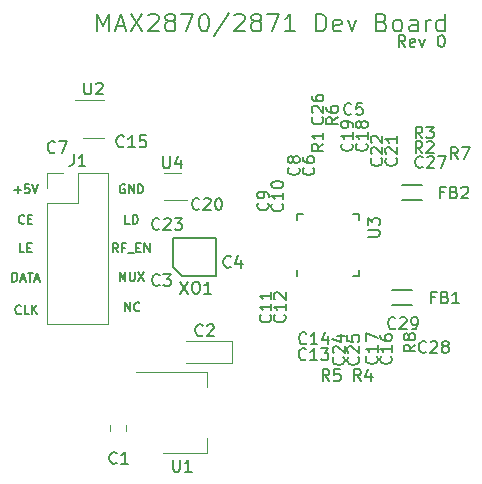
<source format=gto>
G04 #@! TF.GenerationSoftware,KiCad,Pcbnew,(5.0.2)-1*
G04 #@! TF.CreationDate,2019-01-19T12:25:22+11:00*
G04 #@! TF.ProjectId,MAX2870_Dev_Rev_0,4d415832-3837-4305-9f44-65765f526576,rev?*
G04 #@! TF.SameCoordinates,Original*
G04 #@! TF.FileFunction,Legend,Top*
G04 #@! TF.FilePolarity,Positive*
%FSLAX46Y46*%
G04 Gerber Fmt 4.6, Leading zero omitted, Abs format (unit mm)*
G04 Created by KiCad (PCBNEW (5.0.2)-1) date 19/01/2019 12:25:22*
%MOMM*%
%LPD*%
G01*
G04 APERTURE LIST*
%ADD10C,0.150000*%
%ADD11C,0.200000*%
%ADD12C,0.120000*%
G04 APERTURE END LIST*
D10*
X91392857Y-71952380D02*
X91059523Y-71476190D01*
X90821428Y-71952380D02*
X90821428Y-70952380D01*
X91202380Y-70952380D01*
X91297619Y-71000000D01*
X91345238Y-71047619D01*
X91392857Y-71142857D01*
X91392857Y-71285714D01*
X91345238Y-71380952D01*
X91297619Y-71428571D01*
X91202380Y-71476190D01*
X90821428Y-71476190D01*
X92202380Y-71904761D02*
X92107142Y-71952380D01*
X91916666Y-71952380D01*
X91821428Y-71904761D01*
X91773809Y-71809523D01*
X91773809Y-71428571D01*
X91821428Y-71333333D01*
X91916666Y-71285714D01*
X92107142Y-71285714D01*
X92202380Y-71333333D01*
X92250000Y-71428571D01*
X92250000Y-71523809D01*
X91773809Y-71619047D01*
X92583333Y-71285714D02*
X92821428Y-71952380D01*
X93059523Y-71285714D01*
X94392857Y-70952380D02*
X94488095Y-70952380D01*
X94583333Y-71000000D01*
X94630952Y-71047619D01*
X94678571Y-71142857D01*
X94726190Y-71333333D01*
X94726190Y-71571428D01*
X94678571Y-71761904D01*
X94630952Y-71857142D01*
X94583333Y-71904761D01*
X94488095Y-71952380D01*
X94392857Y-71952380D01*
X94297619Y-71904761D01*
X94250000Y-71857142D01*
X94202380Y-71761904D01*
X94154761Y-71571428D01*
X94154761Y-71333333D01*
X94202380Y-71142857D01*
X94250000Y-71047619D01*
X94297619Y-71000000D01*
X94392857Y-70952380D01*
X58285714Y-84053571D02*
X58857142Y-84053571D01*
X58571428Y-84339285D02*
X58571428Y-83767857D01*
X59571428Y-83589285D02*
X59214285Y-83589285D01*
X59178571Y-83946428D01*
X59214285Y-83910714D01*
X59285714Y-83875000D01*
X59464285Y-83875000D01*
X59535714Y-83910714D01*
X59571428Y-83946428D01*
X59607142Y-84017857D01*
X59607142Y-84196428D01*
X59571428Y-84267857D01*
X59535714Y-84303571D01*
X59464285Y-84339285D01*
X59285714Y-84339285D01*
X59214285Y-84303571D01*
X59178571Y-84267857D01*
X59821428Y-83589285D02*
X60071428Y-84339285D01*
X60321428Y-83589285D01*
X59142857Y-86867857D02*
X59107142Y-86903571D01*
X59000000Y-86939285D01*
X58928571Y-86939285D01*
X58821428Y-86903571D01*
X58750000Y-86832142D01*
X58714285Y-86760714D01*
X58678571Y-86617857D01*
X58678571Y-86510714D01*
X58714285Y-86367857D01*
X58750000Y-86296428D01*
X58821428Y-86225000D01*
X58928571Y-86189285D01*
X59000000Y-86189285D01*
X59107142Y-86225000D01*
X59142857Y-86260714D01*
X59464285Y-86546428D02*
X59714285Y-86546428D01*
X59821428Y-86939285D02*
X59464285Y-86939285D01*
X59464285Y-86189285D01*
X59821428Y-86189285D01*
X58853571Y-94517857D02*
X58817857Y-94553571D01*
X58710714Y-94589285D01*
X58639285Y-94589285D01*
X58532142Y-94553571D01*
X58460714Y-94482142D01*
X58425000Y-94410714D01*
X58389285Y-94267857D01*
X58389285Y-94160714D01*
X58425000Y-94017857D01*
X58460714Y-93946428D01*
X58532142Y-93875000D01*
X58639285Y-93839285D01*
X58710714Y-93839285D01*
X58817857Y-93875000D01*
X58853571Y-93910714D01*
X59532142Y-94589285D02*
X59175000Y-94589285D01*
X59175000Y-93839285D01*
X59782142Y-94589285D02*
X59782142Y-93839285D01*
X60210714Y-94589285D02*
X59889285Y-94160714D01*
X60210714Y-93839285D02*
X59782142Y-94267857D01*
X58125000Y-91839285D02*
X58125000Y-91089285D01*
X58303571Y-91089285D01*
X58410714Y-91125000D01*
X58482142Y-91196428D01*
X58517857Y-91267857D01*
X58553571Y-91410714D01*
X58553571Y-91517857D01*
X58517857Y-91660714D01*
X58482142Y-91732142D01*
X58410714Y-91803571D01*
X58303571Y-91839285D01*
X58125000Y-91839285D01*
X58839285Y-91625000D02*
X59196428Y-91625000D01*
X58767857Y-91839285D02*
X59017857Y-91089285D01*
X59267857Y-91839285D01*
X59410714Y-91089285D02*
X59839285Y-91089285D01*
X59625000Y-91839285D02*
X59625000Y-91089285D01*
X60053571Y-91625000D02*
X60410714Y-91625000D01*
X59982142Y-91839285D02*
X60232142Y-91089285D01*
X60482142Y-91839285D01*
X59142857Y-89339285D02*
X58785714Y-89339285D01*
X58785714Y-88589285D01*
X59392857Y-88946428D02*
X59642857Y-88946428D01*
X59750000Y-89339285D02*
X59392857Y-89339285D01*
X59392857Y-88589285D01*
X59750000Y-88589285D01*
X67660714Y-94339285D02*
X67660714Y-93589285D01*
X68089285Y-94339285D01*
X68089285Y-93589285D01*
X68875000Y-94267857D02*
X68839285Y-94303571D01*
X68732142Y-94339285D01*
X68660714Y-94339285D01*
X68553571Y-94303571D01*
X68482142Y-94232142D01*
X68446428Y-94160714D01*
X68410714Y-94017857D01*
X68410714Y-93910714D01*
X68446428Y-93767857D01*
X68482142Y-93696428D01*
X68553571Y-93625000D01*
X68660714Y-93589285D01*
X68732142Y-93589285D01*
X68839285Y-93625000D01*
X68875000Y-93660714D01*
X67200000Y-91789285D02*
X67200000Y-91039285D01*
X67450000Y-91575000D01*
X67700000Y-91039285D01*
X67700000Y-91789285D01*
X68057142Y-91039285D02*
X68057142Y-91646428D01*
X68092857Y-91717857D01*
X68128571Y-91753571D01*
X68200000Y-91789285D01*
X68342857Y-91789285D01*
X68414285Y-91753571D01*
X68450000Y-91717857D01*
X68485714Y-91646428D01*
X68485714Y-91039285D01*
X68771428Y-91039285D02*
X69271428Y-91789285D01*
X69271428Y-91039285D02*
X68771428Y-91789285D01*
X67628571Y-83625000D02*
X67557142Y-83589285D01*
X67450000Y-83589285D01*
X67342857Y-83625000D01*
X67271428Y-83696428D01*
X67235714Y-83767857D01*
X67200000Y-83910714D01*
X67200000Y-84017857D01*
X67235714Y-84160714D01*
X67271428Y-84232142D01*
X67342857Y-84303571D01*
X67450000Y-84339285D01*
X67521428Y-84339285D01*
X67628571Y-84303571D01*
X67664285Y-84267857D01*
X67664285Y-84017857D01*
X67521428Y-84017857D01*
X67985714Y-84339285D02*
X67985714Y-83589285D01*
X68414285Y-84339285D01*
X68414285Y-83589285D01*
X68771428Y-84339285D02*
X68771428Y-83589285D01*
X68950000Y-83589285D01*
X69057142Y-83625000D01*
X69128571Y-83696428D01*
X69164285Y-83767857D01*
X69200000Y-83910714D01*
X69200000Y-84017857D01*
X69164285Y-84160714D01*
X69128571Y-84232142D01*
X69057142Y-84303571D01*
X68950000Y-84339285D01*
X68771428Y-84339285D01*
X68057142Y-86939285D02*
X67700000Y-86939285D01*
X67700000Y-86189285D01*
X68307142Y-86939285D02*
X68307142Y-86189285D01*
X68485714Y-86189285D01*
X68592857Y-86225000D01*
X68664285Y-86296428D01*
X68700000Y-86367857D01*
X68735714Y-86510714D01*
X68735714Y-86617857D01*
X68700000Y-86760714D01*
X68664285Y-86832142D01*
X68592857Y-86903571D01*
X68485714Y-86939285D01*
X68307142Y-86939285D01*
X67092857Y-89339285D02*
X66842857Y-88982142D01*
X66664285Y-89339285D02*
X66664285Y-88589285D01*
X66950000Y-88589285D01*
X67021428Y-88625000D01*
X67057142Y-88660714D01*
X67092857Y-88732142D01*
X67092857Y-88839285D01*
X67057142Y-88910714D01*
X67021428Y-88946428D01*
X66950000Y-88982142D01*
X66664285Y-88982142D01*
X67664285Y-88946428D02*
X67414285Y-88946428D01*
X67414285Y-89339285D02*
X67414285Y-88589285D01*
X67771428Y-88589285D01*
X67878571Y-89410714D02*
X68450000Y-89410714D01*
X68628571Y-88946428D02*
X68878571Y-88946428D01*
X68985714Y-89339285D02*
X68628571Y-89339285D01*
X68628571Y-88589285D01*
X68985714Y-88589285D01*
X69307142Y-89339285D02*
X69307142Y-88589285D01*
X69735714Y-89339285D01*
X69735714Y-88589285D01*
D11*
X65285714Y-70648571D02*
X65285714Y-69148571D01*
X65785714Y-70220000D01*
X66285714Y-69148571D01*
X66285714Y-70648571D01*
X66928571Y-70220000D02*
X67642857Y-70220000D01*
X66785714Y-70648571D02*
X67285714Y-69148571D01*
X67785714Y-70648571D01*
X68142857Y-69148571D02*
X69142857Y-70648571D01*
X69142857Y-69148571D02*
X68142857Y-70648571D01*
X69642857Y-69291428D02*
X69714285Y-69220000D01*
X69857142Y-69148571D01*
X70214285Y-69148571D01*
X70357142Y-69220000D01*
X70428571Y-69291428D01*
X70500000Y-69434285D01*
X70500000Y-69577142D01*
X70428571Y-69791428D01*
X69571428Y-70648571D01*
X70500000Y-70648571D01*
X71357142Y-69791428D02*
X71214285Y-69720000D01*
X71142857Y-69648571D01*
X71071428Y-69505714D01*
X71071428Y-69434285D01*
X71142857Y-69291428D01*
X71214285Y-69220000D01*
X71357142Y-69148571D01*
X71642857Y-69148571D01*
X71785714Y-69220000D01*
X71857142Y-69291428D01*
X71928571Y-69434285D01*
X71928571Y-69505714D01*
X71857142Y-69648571D01*
X71785714Y-69720000D01*
X71642857Y-69791428D01*
X71357142Y-69791428D01*
X71214285Y-69862857D01*
X71142857Y-69934285D01*
X71071428Y-70077142D01*
X71071428Y-70362857D01*
X71142857Y-70505714D01*
X71214285Y-70577142D01*
X71357142Y-70648571D01*
X71642857Y-70648571D01*
X71785714Y-70577142D01*
X71857142Y-70505714D01*
X71928571Y-70362857D01*
X71928571Y-70077142D01*
X71857142Y-69934285D01*
X71785714Y-69862857D01*
X71642857Y-69791428D01*
X72428571Y-69148571D02*
X73428571Y-69148571D01*
X72785714Y-70648571D01*
X74285714Y-69148571D02*
X74428571Y-69148571D01*
X74571428Y-69220000D01*
X74642857Y-69291428D01*
X74714285Y-69434285D01*
X74785714Y-69720000D01*
X74785714Y-70077142D01*
X74714285Y-70362857D01*
X74642857Y-70505714D01*
X74571428Y-70577142D01*
X74428571Y-70648571D01*
X74285714Y-70648571D01*
X74142857Y-70577142D01*
X74071428Y-70505714D01*
X74000000Y-70362857D01*
X73928571Y-70077142D01*
X73928571Y-69720000D01*
X74000000Y-69434285D01*
X74071428Y-69291428D01*
X74142857Y-69220000D01*
X74285714Y-69148571D01*
X76500000Y-69077142D02*
X75214285Y-71005714D01*
X76928571Y-69291428D02*
X77000000Y-69220000D01*
X77142857Y-69148571D01*
X77500000Y-69148571D01*
X77642857Y-69220000D01*
X77714285Y-69291428D01*
X77785714Y-69434285D01*
X77785714Y-69577142D01*
X77714285Y-69791428D01*
X76857142Y-70648571D01*
X77785714Y-70648571D01*
X78642857Y-69791428D02*
X78500000Y-69720000D01*
X78428571Y-69648571D01*
X78357142Y-69505714D01*
X78357142Y-69434285D01*
X78428571Y-69291428D01*
X78500000Y-69220000D01*
X78642857Y-69148571D01*
X78928571Y-69148571D01*
X79071428Y-69220000D01*
X79142857Y-69291428D01*
X79214285Y-69434285D01*
X79214285Y-69505714D01*
X79142857Y-69648571D01*
X79071428Y-69720000D01*
X78928571Y-69791428D01*
X78642857Y-69791428D01*
X78500000Y-69862857D01*
X78428571Y-69934285D01*
X78357142Y-70077142D01*
X78357142Y-70362857D01*
X78428571Y-70505714D01*
X78500000Y-70577142D01*
X78642857Y-70648571D01*
X78928571Y-70648571D01*
X79071428Y-70577142D01*
X79142857Y-70505714D01*
X79214285Y-70362857D01*
X79214285Y-70077142D01*
X79142857Y-69934285D01*
X79071428Y-69862857D01*
X78928571Y-69791428D01*
X79714285Y-69148571D02*
X80714285Y-69148571D01*
X80071428Y-70648571D01*
X82071428Y-70648571D02*
X81214285Y-70648571D01*
X81642857Y-70648571D02*
X81642857Y-69148571D01*
X81500000Y-69362857D01*
X81357142Y-69505714D01*
X81214285Y-69577142D01*
X83857142Y-70648571D02*
X83857142Y-69148571D01*
X84214285Y-69148571D01*
X84428571Y-69220000D01*
X84571428Y-69362857D01*
X84642857Y-69505714D01*
X84714285Y-69791428D01*
X84714285Y-70005714D01*
X84642857Y-70291428D01*
X84571428Y-70434285D01*
X84428571Y-70577142D01*
X84214285Y-70648571D01*
X83857142Y-70648571D01*
X85928571Y-70577142D02*
X85785714Y-70648571D01*
X85500000Y-70648571D01*
X85357142Y-70577142D01*
X85285714Y-70434285D01*
X85285714Y-69862857D01*
X85357142Y-69720000D01*
X85500000Y-69648571D01*
X85785714Y-69648571D01*
X85928571Y-69720000D01*
X86000000Y-69862857D01*
X86000000Y-70005714D01*
X85285714Y-70148571D01*
X86500000Y-69648571D02*
X86857142Y-70648571D01*
X87214285Y-69648571D01*
X89428571Y-69862857D02*
X89642857Y-69934285D01*
X89714285Y-70005714D01*
X89785714Y-70148571D01*
X89785714Y-70362857D01*
X89714285Y-70505714D01*
X89642857Y-70577142D01*
X89500000Y-70648571D01*
X88928571Y-70648571D01*
X88928571Y-69148571D01*
X89428571Y-69148571D01*
X89571428Y-69220000D01*
X89642857Y-69291428D01*
X89714285Y-69434285D01*
X89714285Y-69577142D01*
X89642857Y-69720000D01*
X89571428Y-69791428D01*
X89428571Y-69862857D01*
X88928571Y-69862857D01*
X90642857Y-70648571D02*
X90500000Y-70577142D01*
X90428571Y-70505714D01*
X90357142Y-70362857D01*
X90357142Y-69934285D01*
X90428571Y-69791428D01*
X90500000Y-69720000D01*
X90642857Y-69648571D01*
X90857142Y-69648571D01*
X91000000Y-69720000D01*
X91071428Y-69791428D01*
X91142857Y-69934285D01*
X91142857Y-70362857D01*
X91071428Y-70505714D01*
X91000000Y-70577142D01*
X90857142Y-70648571D01*
X90642857Y-70648571D01*
X92428571Y-70648571D02*
X92428571Y-69862857D01*
X92357142Y-69720000D01*
X92214285Y-69648571D01*
X91928571Y-69648571D01*
X91785714Y-69720000D01*
X92428571Y-70577142D02*
X92285714Y-70648571D01*
X91928571Y-70648571D01*
X91785714Y-70577142D01*
X91714285Y-70434285D01*
X91714285Y-70291428D01*
X91785714Y-70148571D01*
X91928571Y-70077142D01*
X92285714Y-70077142D01*
X92428571Y-70005714D01*
X93142857Y-70648571D02*
X93142857Y-69648571D01*
X93142857Y-69934285D02*
X93214285Y-69791428D01*
X93285714Y-69720000D01*
X93428571Y-69648571D01*
X93571428Y-69648571D01*
X94714285Y-70648571D02*
X94714285Y-69148571D01*
X94714285Y-70577142D02*
X94571428Y-70648571D01*
X94285714Y-70648571D01*
X94142857Y-70577142D01*
X94071428Y-70505714D01*
X94000000Y-70362857D01*
X94000000Y-69934285D01*
X94071428Y-69791428D01*
X94142857Y-69720000D01*
X94285714Y-69648571D01*
X94571428Y-69648571D01*
X94714285Y-69720000D01*
D10*
G04 #@! TO.C,FB1*
X90300000Y-92540000D02*
X92000000Y-92540000D01*
X90300000Y-93840000D02*
X92000000Y-93840000D01*
G04 #@! TO.C,FB2*
X91120000Y-83620000D02*
X92820000Y-83620000D01*
X91120000Y-84920000D02*
X92820000Y-84920000D01*
G04 #@! TO.C,XO1*
X72485000Y-91375000D02*
X71685000Y-90575000D01*
X71685000Y-90575000D02*
X71685000Y-88145000D01*
X71685000Y-88145000D02*
X75395000Y-88145000D01*
X75395000Y-88145000D02*
X75395000Y-91375000D01*
X75395000Y-91375000D02*
X72485000Y-91375000D01*
G04 #@! TO.C,U3*
X82212500Y-86112500D02*
X82212500Y-86637500D01*
X87462500Y-86112500D02*
X87462500Y-86637500D01*
X87462500Y-91362500D02*
X87462500Y-90837500D01*
X82212500Y-91362500D02*
X82212500Y-90837500D01*
X87462500Y-86112500D02*
X86937500Y-86112500D01*
X87462500Y-91362500D02*
X86937500Y-91362500D01*
X82212500Y-86112500D02*
X82737500Y-86112500D01*
D12*
G04 #@! TO.C,C1*
X66360000Y-104508578D02*
X66360000Y-103991422D01*
X67780000Y-104508578D02*
X67780000Y-103991422D01*
G04 #@! TO.C,C2*
X72810000Y-98745000D02*
X76720000Y-98745000D01*
X76720000Y-98745000D02*
X76720000Y-96875000D01*
X76720000Y-96875000D02*
X72810000Y-96875000D01*
G04 #@! TO.C,J1*
X61050000Y-95410000D02*
X66250000Y-95410000D01*
X61050000Y-85190000D02*
X61050000Y-95410000D01*
X66250000Y-82590000D02*
X66250000Y-95410000D01*
X61050000Y-85190000D02*
X63650000Y-85190000D01*
X63650000Y-85190000D02*
X63650000Y-82590000D01*
X63650000Y-82590000D02*
X66250000Y-82590000D01*
X61050000Y-83920000D02*
X61050000Y-82590000D01*
X61050000Y-82590000D02*
X62380000Y-82590000D01*
G04 #@! TO.C,U1*
X74620000Y-106330000D02*
X74620000Y-105070000D01*
X74620000Y-99510000D02*
X74620000Y-100770000D01*
X70860000Y-106330000D02*
X74620000Y-106330000D01*
X68610000Y-99510000D02*
X74620000Y-99510000D01*
G04 #@! TO.C,U2*
X64090000Y-79660000D02*
X65890000Y-79660000D01*
X65890000Y-76440000D02*
X63440000Y-76440000D01*
G04 #@! TO.C,U4*
X70990000Y-84960000D02*
X72890000Y-84960000D01*
X72390000Y-82640000D02*
X70990000Y-82640000D01*
G04 #@! TO.C,C13*
D10*
X82982142Y-98382142D02*
X82934523Y-98429761D01*
X82791666Y-98477380D01*
X82696428Y-98477380D01*
X82553571Y-98429761D01*
X82458333Y-98334523D01*
X82410714Y-98239285D01*
X82363095Y-98048809D01*
X82363095Y-97905952D01*
X82410714Y-97715476D01*
X82458333Y-97620238D01*
X82553571Y-97525000D01*
X82696428Y-97477380D01*
X82791666Y-97477380D01*
X82934523Y-97525000D01*
X82982142Y-97572619D01*
X83934523Y-98477380D02*
X83363095Y-98477380D01*
X83648809Y-98477380D02*
X83648809Y-97477380D01*
X83553571Y-97620238D01*
X83458333Y-97715476D01*
X83363095Y-97763095D01*
X84267857Y-97477380D02*
X84886904Y-97477380D01*
X84553571Y-97858333D01*
X84696428Y-97858333D01*
X84791666Y-97905952D01*
X84839285Y-97953571D01*
X84886904Y-98048809D01*
X84886904Y-98286904D01*
X84839285Y-98382142D01*
X84791666Y-98429761D01*
X84696428Y-98477380D01*
X84410714Y-98477380D01*
X84315476Y-98429761D01*
X84267857Y-98382142D01*
G04 #@! TO.C,FB1*
X93908666Y-93146571D02*
X93575333Y-93146571D01*
X93575333Y-93670380D02*
X93575333Y-92670380D01*
X94051523Y-92670380D01*
X94765809Y-93146571D02*
X94908666Y-93194190D01*
X94956285Y-93241809D01*
X95003904Y-93337047D01*
X95003904Y-93479904D01*
X94956285Y-93575142D01*
X94908666Y-93622761D01*
X94813428Y-93670380D01*
X94432476Y-93670380D01*
X94432476Y-92670380D01*
X94765809Y-92670380D01*
X94861047Y-92718000D01*
X94908666Y-92765619D01*
X94956285Y-92860857D01*
X94956285Y-92956095D01*
X94908666Y-93051333D01*
X94861047Y-93098952D01*
X94765809Y-93146571D01*
X94432476Y-93146571D01*
X95956285Y-93670380D02*
X95384857Y-93670380D01*
X95670571Y-93670380D02*
X95670571Y-92670380D01*
X95575333Y-92813238D01*
X95480095Y-92908476D01*
X95384857Y-92956095D01*
G04 #@! TO.C,FB2*
X94670666Y-84256571D02*
X94337333Y-84256571D01*
X94337333Y-84780380D02*
X94337333Y-83780380D01*
X94813523Y-83780380D01*
X95527809Y-84256571D02*
X95670666Y-84304190D01*
X95718285Y-84351809D01*
X95765904Y-84447047D01*
X95765904Y-84589904D01*
X95718285Y-84685142D01*
X95670666Y-84732761D01*
X95575428Y-84780380D01*
X95194476Y-84780380D01*
X95194476Y-83780380D01*
X95527809Y-83780380D01*
X95623047Y-83828000D01*
X95670666Y-83875619D01*
X95718285Y-83970857D01*
X95718285Y-84066095D01*
X95670666Y-84161333D01*
X95623047Y-84208952D01*
X95527809Y-84256571D01*
X95194476Y-84256571D01*
X96146857Y-83875619D02*
X96194476Y-83828000D01*
X96289714Y-83780380D01*
X96527809Y-83780380D01*
X96623047Y-83828000D01*
X96670666Y-83875619D01*
X96718285Y-83970857D01*
X96718285Y-84066095D01*
X96670666Y-84208952D01*
X96099238Y-84780380D01*
X96718285Y-84780380D01*
G04 #@! TO.C,XO1*
X72336666Y-91842380D02*
X73003333Y-92842380D01*
X73003333Y-91842380D02*
X72336666Y-92842380D01*
X73574761Y-91842380D02*
X73765238Y-91842380D01*
X73860476Y-91890000D01*
X73955714Y-91985238D01*
X74003333Y-92175714D01*
X74003333Y-92509047D01*
X73955714Y-92699523D01*
X73860476Y-92794761D01*
X73765238Y-92842380D01*
X73574761Y-92842380D01*
X73479523Y-92794761D01*
X73384285Y-92699523D01*
X73336666Y-92509047D01*
X73336666Y-92175714D01*
X73384285Y-91985238D01*
X73479523Y-91890000D01*
X73574761Y-91842380D01*
X74955714Y-92842380D02*
X74384285Y-92842380D01*
X74670000Y-92842380D02*
X74670000Y-91842380D01*
X74574761Y-91985238D01*
X74479523Y-92080476D01*
X74384285Y-92128095D01*
G04 #@! TO.C,C16*
X90157142Y-98167857D02*
X90204761Y-98215476D01*
X90252380Y-98358333D01*
X90252380Y-98453571D01*
X90204761Y-98596428D01*
X90109523Y-98691666D01*
X90014285Y-98739285D01*
X89823809Y-98786904D01*
X89680952Y-98786904D01*
X89490476Y-98739285D01*
X89395238Y-98691666D01*
X89300000Y-98596428D01*
X89252380Y-98453571D01*
X89252380Y-98358333D01*
X89300000Y-98215476D01*
X89347619Y-98167857D01*
X90252380Y-97215476D02*
X90252380Y-97786904D01*
X90252380Y-97501190D02*
X89252380Y-97501190D01*
X89395238Y-97596428D01*
X89490476Y-97691666D01*
X89538095Y-97786904D01*
X89252380Y-96358333D02*
X89252380Y-96548809D01*
X89300000Y-96644047D01*
X89347619Y-96691666D01*
X89490476Y-96786904D01*
X89680952Y-96834523D01*
X90061904Y-96834523D01*
X90157142Y-96786904D01*
X90204761Y-96739285D01*
X90252380Y-96644047D01*
X90252380Y-96453571D01*
X90204761Y-96358333D01*
X90157142Y-96310714D01*
X90061904Y-96263095D01*
X89823809Y-96263095D01*
X89728571Y-96310714D01*
X89680952Y-96358333D01*
X89633333Y-96453571D01*
X89633333Y-96644047D01*
X89680952Y-96739285D01*
X89728571Y-96786904D01*
X89823809Y-96834523D01*
G04 #@! TO.C,U3*
X88222380Y-88011904D02*
X89031904Y-88011904D01*
X89127142Y-87964285D01*
X89174761Y-87916666D01*
X89222380Y-87821428D01*
X89222380Y-87630952D01*
X89174761Y-87535714D01*
X89127142Y-87488095D01*
X89031904Y-87440476D01*
X88222380Y-87440476D01*
X88222380Y-87059523D02*
X88222380Y-86440476D01*
X88603333Y-86773809D01*
X88603333Y-86630952D01*
X88650952Y-86535714D01*
X88698571Y-86488095D01*
X88793809Y-86440476D01*
X89031904Y-86440476D01*
X89127142Y-86488095D01*
X89174761Y-86535714D01*
X89222380Y-86630952D01*
X89222380Y-86916666D01*
X89174761Y-87011904D01*
X89127142Y-87059523D01*
G04 #@! TO.C,C1*
X66958333Y-107157142D02*
X66910714Y-107204761D01*
X66767857Y-107252380D01*
X66672619Y-107252380D01*
X66529761Y-107204761D01*
X66434523Y-107109523D01*
X66386904Y-107014285D01*
X66339285Y-106823809D01*
X66339285Y-106680952D01*
X66386904Y-106490476D01*
X66434523Y-106395238D01*
X66529761Y-106300000D01*
X66672619Y-106252380D01*
X66767857Y-106252380D01*
X66910714Y-106300000D01*
X66958333Y-106347619D01*
X67910714Y-107252380D02*
X67339285Y-107252380D01*
X67625000Y-107252380D02*
X67625000Y-106252380D01*
X67529761Y-106395238D01*
X67434523Y-106490476D01*
X67339285Y-106538095D01*
G04 #@! TO.C,C2*
X74243333Y-96357142D02*
X74195714Y-96404761D01*
X74052857Y-96452380D01*
X73957619Y-96452380D01*
X73814761Y-96404761D01*
X73719523Y-96309523D01*
X73671904Y-96214285D01*
X73624285Y-96023809D01*
X73624285Y-95880952D01*
X73671904Y-95690476D01*
X73719523Y-95595238D01*
X73814761Y-95500000D01*
X73957619Y-95452380D01*
X74052857Y-95452380D01*
X74195714Y-95500000D01*
X74243333Y-95547619D01*
X74624285Y-95547619D02*
X74671904Y-95500000D01*
X74767142Y-95452380D01*
X75005238Y-95452380D01*
X75100476Y-95500000D01*
X75148095Y-95547619D01*
X75195714Y-95642857D01*
X75195714Y-95738095D01*
X75148095Y-95880952D01*
X74576666Y-96452380D01*
X75195714Y-96452380D01*
G04 #@! TO.C,C3*
X70583333Y-92107142D02*
X70535714Y-92154761D01*
X70392857Y-92202380D01*
X70297619Y-92202380D01*
X70154761Y-92154761D01*
X70059523Y-92059523D01*
X70011904Y-91964285D01*
X69964285Y-91773809D01*
X69964285Y-91630952D01*
X70011904Y-91440476D01*
X70059523Y-91345238D01*
X70154761Y-91250000D01*
X70297619Y-91202380D01*
X70392857Y-91202380D01*
X70535714Y-91250000D01*
X70583333Y-91297619D01*
X70916666Y-91202380D02*
X71535714Y-91202380D01*
X71202380Y-91583333D01*
X71345238Y-91583333D01*
X71440476Y-91630952D01*
X71488095Y-91678571D01*
X71535714Y-91773809D01*
X71535714Y-92011904D01*
X71488095Y-92107142D01*
X71440476Y-92154761D01*
X71345238Y-92202380D01*
X71059523Y-92202380D01*
X70964285Y-92154761D01*
X70916666Y-92107142D01*
G04 #@! TO.C,C4*
X76613333Y-90557142D02*
X76565714Y-90604761D01*
X76422857Y-90652380D01*
X76327619Y-90652380D01*
X76184761Y-90604761D01*
X76089523Y-90509523D01*
X76041904Y-90414285D01*
X75994285Y-90223809D01*
X75994285Y-90080952D01*
X76041904Y-89890476D01*
X76089523Y-89795238D01*
X76184761Y-89700000D01*
X76327619Y-89652380D01*
X76422857Y-89652380D01*
X76565714Y-89700000D01*
X76613333Y-89747619D01*
X77470476Y-89985714D02*
X77470476Y-90652380D01*
X77232380Y-89604761D02*
X76994285Y-90319047D01*
X77613333Y-90319047D01*
G04 #@! TO.C,C5*
X86833333Y-77607142D02*
X86785714Y-77654761D01*
X86642857Y-77702380D01*
X86547619Y-77702380D01*
X86404761Y-77654761D01*
X86309523Y-77559523D01*
X86261904Y-77464285D01*
X86214285Y-77273809D01*
X86214285Y-77130952D01*
X86261904Y-76940476D01*
X86309523Y-76845238D01*
X86404761Y-76750000D01*
X86547619Y-76702380D01*
X86642857Y-76702380D01*
X86785714Y-76750000D01*
X86833333Y-76797619D01*
X87738095Y-76702380D02*
X87261904Y-76702380D01*
X87214285Y-77178571D01*
X87261904Y-77130952D01*
X87357142Y-77083333D01*
X87595238Y-77083333D01*
X87690476Y-77130952D01*
X87738095Y-77178571D01*
X87785714Y-77273809D01*
X87785714Y-77511904D01*
X87738095Y-77607142D01*
X87690476Y-77654761D01*
X87595238Y-77702380D01*
X87357142Y-77702380D01*
X87261904Y-77654761D01*
X87214285Y-77607142D01*
G04 #@! TO.C,C6*
X83607142Y-82166666D02*
X83654761Y-82214285D01*
X83702380Y-82357142D01*
X83702380Y-82452380D01*
X83654761Y-82595238D01*
X83559523Y-82690476D01*
X83464285Y-82738095D01*
X83273809Y-82785714D01*
X83130952Y-82785714D01*
X82940476Y-82738095D01*
X82845238Y-82690476D01*
X82750000Y-82595238D01*
X82702380Y-82452380D01*
X82702380Y-82357142D01*
X82750000Y-82214285D01*
X82797619Y-82166666D01*
X82702380Y-81309523D02*
X82702380Y-81500000D01*
X82750000Y-81595238D01*
X82797619Y-81642857D01*
X82940476Y-81738095D01*
X83130952Y-81785714D01*
X83511904Y-81785714D01*
X83607142Y-81738095D01*
X83654761Y-81690476D01*
X83702380Y-81595238D01*
X83702380Y-81404761D01*
X83654761Y-81309523D01*
X83607142Y-81261904D01*
X83511904Y-81214285D01*
X83273809Y-81214285D01*
X83178571Y-81261904D01*
X83130952Y-81309523D01*
X83083333Y-81404761D01*
X83083333Y-81595238D01*
X83130952Y-81690476D01*
X83178571Y-81738095D01*
X83273809Y-81785714D01*
G04 #@! TO.C,C7*
X61733333Y-80857142D02*
X61685714Y-80904761D01*
X61542857Y-80952380D01*
X61447619Y-80952380D01*
X61304761Y-80904761D01*
X61209523Y-80809523D01*
X61161904Y-80714285D01*
X61114285Y-80523809D01*
X61114285Y-80380952D01*
X61161904Y-80190476D01*
X61209523Y-80095238D01*
X61304761Y-80000000D01*
X61447619Y-79952380D01*
X61542857Y-79952380D01*
X61685714Y-80000000D01*
X61733333Y-80047619D01*
X62066666Y-79952380D02*
X62733333Y-79952380D01*
X62304761Y-80952380D01*
G04 #@! TO.C,C8*
X82357142Y-82166666D02*
X82404761Y-82214285D01*
X82452380Y-82357142D01*
X82452380Y-82452380D01*
X82404761Y-82595238D01*
X82309523Y-82690476D01*
X82214285Y-82738095D01*
X82023809Y-82785714D01*
X81880952Y-82785714D01*
X81690476Y-82738095D01*
X81595238Y-82690476D01*
X81500000Y-82595238D01*
X81452380Y-82452380D01*
X81452380Y-82357142D01*
X81500000Y-82214285D01*
X81547619Y-82166666D01*
X81880952Y-81595238D02*
X81833333Y-81690476D01*
X81785714Y-81738095D01*
X81690476Y-81785714D01*
X81642857Y-81785714D01*
X81547619Y-81738095D01*
X81500000Y-81690476D01*
X81452380Y-81595238D01*
X81452380Y-81404761D01*
X81500000Y-81309523D01*
X81547619Y-81261904D01*
X81642857Y-81214285D01*
X81690476Y-81214285D01*
X81785714Y-81261904D01*
X81833333Y-81309523D01*
X81880952Y-81404761D01*
X81880952Y-81595238D01*
X81928571Y-81690476D01*
X81976190Y-81738095D01*
X82071428Y-81785714D01*
X82261904Y-81785714D01*
X82357142Y-81738095D01*
X82404761Y-81690476D01*
X82452380Y-81595238D01*
X82452380Y-81404761D01*
X82404761Y-81309523D01*
X82357142Y-81261904D01*
X82261904Y-81214285D01*
X82071428Y-81214285D01*
X81976190Y-81261904D01*
X81928571Y-81309523D01*
X81880952Y-81404761D01*
G04 #@! TO.C,C9*
X79757142Y-85166666D02*
X79804761Y-85214285D01*
X79852380Y-85357142D01*
X79852380Y-85452380D01*
X79804761Y-85595238D01*
X79709523Y-85690476D01*
X79614285Y-85738095D01*
X79423809Y-85785714D01*
X79280952Y-85785714D01*
X79090476Y-85738095D01*
X78995238Y-85690476D01*
X78900000Y-85595238D01*
X78852380Y-85452380D01*
X78852380Y-85357142D01*
X78900000Y-85214285D01*
X78947619Y-85166666D01*
X79852380Y-84690476D02*
X79852380Y-84500000D01*
X79804761Y-84404761D01*
X79757142Y-84357142D01*
X79614285Y-84261904D01*
X79423809Y-84214285D01*
X79042857Y-84214285D01*
X78947619Y-84261904D01*
X78900000Y-84309523D01*
X78852380Y-84404761D01*
X78852380Y-84595238D01*
X78900000Y-84690476D01*
X78947619Y-84738095D01*
X79042857Y-84785714D01*
X79280952Y-84785714D01*
X79376190Y-84738095D01*
X79423809Y-84690476D01*
X79471428Y-84595238D01*
X79471428Y-84404761D01*
X79423809Y-84309523D01*
X79376190Y-84261904D01*
X79280952Y-84214285D01*
G04 #@! TO.C,C10*
X80957142Y-85242857D02*
X81004761Y-85290476D01*
X81052380Y-85433333D01*
X81052380Y-85528571D01*
X81004761Y-85671428D01*
X80909523Y-85766666D01*
X80814285Y-85814285D01*
X80623809Y-85861904D01*
X80480952Y-85861904D01*
X80290476Y-85814285D01*
X80195238Y-85766666D01*
X80100000Y-85671428D01*
X80052380Y-85528571D01*
X80052380Y-85433333D01*
X80100000Y-85290476D01*
X80147619Y-85242857D01*
X81052380Y-84290476D02*
X81052380Y-84861904D01*
X81052380Y-84576190D02*
X80052380Y-84576190D01*
X80195238Y-84671428D01*
X80290476Y-84766666D01*
X80338095Y-84861904D01*
X80052380Y-83671428D02*
X80052380Y-83576190D01*
X80100000Y-83480952D01*
X80147619Y-83433333D01*
X80242857Y-83385714D01*
X80433333Y-83338095D01*
X80671428Y-83338095D01*
X80861904Y-83385714D01*
X80957142Y-83433333D01*
X81004761Y-83480952D01*
X81052380Y-83576190D01*
X81052380Y-83671428D01*
X81004761Y-83766666D01*
X80957142Y-83814285D01*
X80861904Y-83861904D01*
X80671428Y-83909523D01*
X80433333Y-83909523D01*
X80242857Y-83861904D01*
X80147619Y-83814285D01*
X80100000Y-83766666D01*
X80052380Y-83671428D01*
G04 #@! TO.C,C11*
X79957142Y-94642857D02*
X80004761Y-94690476D01*
X80052380Y-94833333D01*
X80052380Y-94928571D01*
X80004761Y-95071428D01*
X79909523Y-95166666D01*
X79814285Y-95214285D01*
X79623809Y-95261904D01*
X79480952Y-95261904D01*
X79290476Y-95214285D01*
X79195238Y-95166666D01*
X79100000Y-95071428D01*
X79052380Y-94928571D01*
X79052380Y-94833333D01*
X79100000Y-94690476D01*
X79147619Y-94642857D01*
X80052380Y-93690476D02*
X80052380Y-94261904D01*
X80052380Y-93976190D02*
X79052380Y-93976190D01*
X79195238Y-94071428D01*
X79290476Y-94166666D01*
X79338095Y-94261904D01*
X80052380Y-92738095D02*
X80052380Y-93309523D01*
X80052380Y-93023809D02*
X79052380Y-93023809D01*
X79195238Y-93119047D01*
X79290476Y-93214285D01*
X79338095Y-93309523D01*
G04 #@! TO.C,C12*
X81157142Y-94642857D02*
X81204761Y-94690476D01*
X81252380Y-94833333D01*
X81252380Y-94928571D01*
X81204761Y-95071428D01*
X81109523Y-95166666D01*
X81014285Y-95214285D01*
X80823809Y-95261904D01*
X80680952Y-95261904D01*
X80490476Y-95214285D01*
X80395238Y-95166666D01*
X80300000Y-95071428D01*
X80252380Y-94928571D01*
X80252380Y-94833333D01*
X80300000Y-94690476D01*
X80347619Y-94642857D01*
X81252380Y-93690476D02*
X81252380Y-94261904D01*
X81252380Y-93976190D02*
X80252380Y-93976190D01*
X80395238Y-94071428D01*
X80490476Y-94166666D01*
X80538095Y-94261904D01*
X80347619Y-93309523D02*
X80300000Y-93261904D01*
X80252380Y-93166666D01*
X80252380Y-92928571D01*
X80300000Y-92833333D01*
X80347619Y-92785714D01*
X80442857Y-92738095D01*
X80538095Y-92738095D01*
X80680952Y-92785714D01*
X81252380Y-93357142D01*
X81252380Y-92738095D01*
G04 #@! TO.C,C14*
X83007142Y-97032142D02*
X82959523Y-97079761D01*
X82816666Y-97127380D01*
X82721428Y-97127380D01*
X82578571Y-97079761D01*
X82483333Y-96984523D01*
X82435714Y-96889285D01*
X82388095Y-96698809D01*
X82388095Y-96555952D01*
X82435714Y-96365476D01*
X82483333Y-96270238D01*
X82578571Y-96175000D01*
X82721428Y-96127380D01*
X82816666Y-96127380D01*
X82959523Y-96175000D01*
X83007142Y-96222619D01*
X83959523Y-97127380D02*
X83388095Y-97127380D01*
X83673809Y-97127380D02*
X83673809Y-96127380D01*
X83578571Y-96270238D01*
X83483333Y-96365476D01*
X83388095Y-96413095D01*
X84816666Y-96460714D02*
X84816666Y-97127380D01*
X84578571Y-96079761D02*
X84340476Y-96794047D01*
X84959523Y-96794047D01*
G04 #@! TO.C,C15*
X67557142Y-80357142D02*
X67509523Y-80404761D01*
X67366666Y-80452380D01*
X67271428Y-80452380D01*
X67128571Y-80404761D01*
X67033333Y-80309523D01*
X66985714Y-80214285D01*
X66938095Y-80023809D01*
X66938095Y-79880952D01*
X66985714Y-79690476D01*
X67033333Y-79595238D01*
X67128571Y-79500000D01*
X67271428Y-79452380D01*
X67366666Y-79452380D01*
X67509523Y-79500000D01*
X67557142Y-79547619D01*
X68509523Y-80452380D02*
X67938095Y-80452380D01*
X68223809Y-80452380D02*
X68223809Y-79452380D01*
X68128571Y-79595238D01*
X68033333Y-79690476D01*
X67938095Y-79738095D01*
X69414285Y-79452380D02*
X68938095Y-79452380D01*
X68890476Y-79928571D01*
X68938095Y-79880952D01*
X69033333Y-79833333D01*
X69271428Y-79833333D01*
X69366666Y-79880952D01*
X69414285Y-79928571D01*
X69461904Y-80023809D01*
X69461904Y-80261904D01*
X69414285Y-80357142D01*
X69366666Y-80404761D01*
X69271428Y-80452380D01*
X69033333Y-80452380D01*
X68938095Y-80404761D01*
X68890476Y-80357142D01*
G04 #@! TO.C,C17*
X88957142Y-98167857D02*
X89004761Y-98215476D01*
X89052380Y-98358333D01*
X89052380Y-98453571D01*
X89004761Y-98596428D01*
X88909523Y-98691666D01*
X88814285Y-98739285D01*
X88623809Y-98786904D01*
X88480952Y-98786904D01*
X88290476Y-98739285D01*
X88195238Y-98691666D01*
X88100000Y-98596428D01*
X88052380Y-98453571D01*
X88052380Y-98358333D01*
X88100000Y-98215476D01*
X88147619Y-98167857D01*
X89052380Y-97215476D02*
X89052380Y-97786904D01*
X89052380Y-97501190D02*
X88052380Y-97501190D01*
X88195238Y-97596428D01*
X88290476Y-97691666D01*
X88338095Y-97786904D01*
X88052380Y-96882142D02*
X88052380Y-96215476D01*
X89052380Y-96644047D01*
G04 #@! TO.C,C18*
X88107142Y-80142857D02*
X88154761Y-80190476D01*
X88202380Y-80333333D01*
X88202380Y-80428571D01*
X88154761Y-80571428D01*
X88059523Y-80666666D01*
X87964285Y-80714285D01*
X87773809Y-80761904D01*
X87630952Y-80761904D01*
X87440476Y-80714285D01*
X87345238Y-80666666D01*
X87250000Y-80571428D01*
X87202380Y-80428571D01*
X87202380Y-80333333D01*
X87250000Y-80190476D01*
X87297619Y-80142857D01*
X88202380Y-79190476D02*
X88202380Y-79761904D01*
X88202380Y-79476190D02*
X87202380Y-79476190D01*
X87345238Y-79571428D01*
X87440476Y-79666666D01*
X87488095Y-79761904D01*
X87630952Y-78619047D02*
X87583333Y-78714285D01*
X87535714Y-78761904D01*
X87440476Y-78809523D01*
X87392857Y-78809523D01*
X87297619Y-78761904D01*
X87250000Y-78714285D01*
X87202380Y-78619047D01*
X87202380Y-78428571D01*
X87250000Y-78333333D01*
X87297619Y-78285714D01*
X87392857Y-78238095D01*
X87440476Y-78238095D01*
X87535714Y-78285714D01*
X87583333Y-78333333D01*
X87630952Y-78428571D01*
X87630952Y-78619047D01*
X87678571Y-78714285D01*
X87726190Y-78761904D01*
X87821428Y-78809523D01*
X88011904Y-78809523D01*
X88107142Y-78761904D01*
X88154761Y-78714285D01*
X88202380Y-78619047D01*
X88202380Y-78428571D01*
X88154761Y-78333333D01*
X88107142Y-78285714D01*
X88011904Y-78238095D01*
X87821428Y-78238095D01*
X87726190Y-78285714D01*
X87678571Y-78333333D01*
X87630952Y-78428571D01*
G04 #@! TO.C,C19*
X86857142Y-80142857D02*
X86904761Y-80190476D01*
X86952380Y-80333333D01*
X86952380Y-80428571D01*
X86904761Y-80571428D01*
X86809523Y-80666666D01*
X86714285Y-80714285D01*
X86523809Y-80761904D01*
X86380952Y-80761904D01*
X86190476Y-80714285D01*
X86095238Y-80666666D01*
X86000000Y-80571428D01*
X85952380Y-80428571D01*
X85952380Y-80333333D01*
X86000000Y-80190476D01*
X86047619Y-80142857D01*
X86952380Y-79190476D02*
X86952380Y-79761904D01*
X86952380Y-79476190D02*
X85952380Y-79476190D01*
X86095238Y-79571428D01*
X86190476Y-79666666D01*
X86238095Y-79761904D01*
X86952380Y-78714285D02*
X86952380Y-78523809D01*
X86904761Y-78428571D01*
X86857142Y-78380952D01*
X86714285Y-78285714D01*
X86523809Y-78238095D01*
X86142857Y-78238095D01*
X86047619Y-78285714D01*
X86000000Y-78333333D01*
X85952380Y-78428571D01*
X85952380Y-78619047D01*
X86000000Y-78714285D01*
X86047619Y-78761904D01*
X86142857Y-78809523D01*
X86380952Y-78809523D01*
X86476190Y-78761904D01*
X86523809Y-78714285D01*
X86571428Y-78619047D01*
X86571428Y-78428571D01*
X86523809Y-78333333D01*
X86476190Y-78285714D01*
X86380952Y-78238095D01*
G04 #@! TO.C,C20*
X73957142Y-85657142D02*
X73909523Y-85704761D01*
X73766666Y-85752380D01*
X73671428Y-85752380D01*
X73528571Y-85704761D01*
X73433333Y-85609523D01*
X73385714Y-85514285D01*
X73338095Y-85323809D01*
X73338095Y-85180952D01*
X73385714Y-84990476D01*
X73433333Y-84895238D01*
X73528571Y-84800000D01*
X73671428Y-84752380D01*
X73766666Y-84752380D01*
X73909523Y-84800000D01*
X73957142Y-84847619D01*
X74338095Y-84847619D02*
X74385714Y-84800000D01*
X74480952Y-84752380D01*
X74719047Y-84752380D01*
X74814285Y-84800000D01*
X74861904Y-84847619D01*
X74909523Y-84942857D01*
X74909523Y-85038095D01*
X74861904Y-85180952D01*
X74290476Y-85752380D01*
X74909523Y-85752380D01*
X75528571Y-84752380D02*
X75623809Y-84752380D01*
X75719047Y-84800000D01*
X75766666Y-84847619D01*
X75814285Y-84942857D01*
X75861904Y-85133333D01*
X75861904Y-85371428D01*
X75814285Y-85561904D01*
X75766666Y-85657142D01*
X75719047Y-85704761D01*
X75623809Y-85752380D01*
X75528571Y-85752380D01*
X75433333Y-85704761D01*
X75385714Y-85657142D01*
X75338095Y-85561904D01*
X75290476Y-85371428D01*
X75290476Y-85133333D01*
X75338095Y-84942857D01*
X75385714Y-84847619D01*
X75433333Y-84800000D01*
X75528571Y-84752380D01*
G04 #@! TO.C,C21*
X90607142Y-81392857D02*
X90654761Y-81440476D01*
X90702380Y-81583333D01*
X90702380Y-81678571D01*
X90654761Y-81821428D01*
X90559523Y-81916666D01*
X90464285Y-81964285D01*
X90273809Y-82011904D01*
X90130952Y-82011904D01*
X89940476Y-81964285D01*
X89845238Y-81916666D01*
X89750000Y-81821428D01*
X89702380Y-81678571D01*
X89702380Y-81583333D01*
X89750000Y-81440476D01*
X89797619Y-81392857D01*
X89797619Y-81011904D02*
X89750000Y-80964285D01*
X89702380Y-80869047D01*
X89702380Y-80630952D01*
X89750000Y-80535714D01*
X89797619Y-80488095D01*
X89892857Y-80440476D01*
X89988095Y-80440476D01*
X90130952Y-80488095D01*
X90702380Y-81059523D01*
X90702380Y-80440476D01*
X90702380Y-79488095D02*
X90702380Y-80059523D01*
X90702380Y-79773809D02*
X89702380Y-79773809D01*
X89845238Y-79869047D01*
X89940476Y-79964285D01*
X89988095Y-80059523D01*
G04 #@! TO.C,C22*
X89357142Y-81392857D02*
X89404761Y-81440476D01*
X89452380Y-81583333D01*
X89452380Y-81678571D01*
X89404761Y-81821428D01*
X89309523Y-81916666D01*
X89214285Y-81964285D01*
X89023809Y-82011904D01*
X88880952Y-82011904D01*
X88690476Y-81964285D01*
X88595238Y-81916666D01*
X88500000Y-81821428D01*
X88452380Y-81678571D01*
X88452380Y-81583333D01*
X88500000Y-81440476D01*
X88547619Y-81392857D01*
X88547619Y-81011904D02*
X88500000Y-80964285D01*
X88452380Y-80869047D01*
X88452380Y-80630952D01*
X88500000Y-80535714D01*
X88547619Y-80488095D01*
X88642857Y-80440476D01*
X88738095Y-80440476D01*
X88880952Y-80488095D01*
X89452380Y-81059523D01*
X89452380Y-80440476D01*
X88547619Y-80059523D02*
X88500000Y-80011904D01*
X88452380Y-79916666D01*
X88452380Y-79678571D01*
X88500000Y-79583333D01*
X88547619Y-79535714D01*
X88642857Y-79488095D01*
X88738095Y-79488095D01*
X88880952Y-79535714D01*
X89452380Y-80107142D01*
X89452380Y-79488095D01*
G04 #@! TO.C,C23*
X70582142Y-87357142D02*
X70534523Y-87404761D01*
X70391666Y-87452380D01*
X70296428Y-87452380D01*
X70153571Y-87404761D01*
X70058333Y-87309523D01*
X70010714Y-87214285D01*
X69963095Y-87023809D01*
X69963095Y-86880952D01*
X70010714Y-86690476D01*
X70058333Y-86595238D01*
X70153571Y-86500000D01*
X70296428Y-86452380D01*
X70391666Y-86452380D01*
X70534523Y-86500000D01*
X70582142Y-86547619D01*
X70963095Y-86547619D02*
X71010714Y-86500000D01*
X71105952Y-86452380D01*
X71344047Y-86452380D01*
X71439285Y-86500000D01*
X71486904Y-86547619D01*
X71534523Y-86642857D01*
X71534523Y-86738095D01*
X71486904Y-86880952D01*
X70915476Y-87452380D01*
X71534523Y-87452380D01*
X71867857Y-86452380D02*
X72486904Y-86452380D01*
X72153571Y-86833333D01*
X72296428Y-86833333D01*
X72391666Y-86880952D01*
X72439285Y-86928571D01*
X72486904Y-87023809D01*
X72486904Y-87261904D01*
X72439285Y-87357142D01*
X72391666Y-87404761D01*
X72296428Y-87452380D01*
X72010714Y-87452380D01*
X71915476Y-87404761D01*
X71867857Y-87357142D01*
G04 #@! TO.C,C24*
X86157142Y-98242857D02*
X86204761Y-98290476D01*
X86252380Y-98433333D01*
X86252380Y-98528571D01*
X86204761Y-98671428D01*
X86109523Y-98766666D01*
X86014285Y-98814285D01*
X85823809Y-98861904D01*
X85680952Y-98861904D01*
X85490476Y-98814285D01*
X85395238Y-98766666D01*
X85300000Y-98671428D01*
X85252380Y-98528571D01*
X85252380Y-98433333D01*
X85300000Y-98290476D01*
X85347619Y-98242857D01*
X85347619Y-97861904D02*
X85300000Y-97814285D01*
X85252380Y-97719047D01*
X85252380Y-97480952D01*
X85300000Y-97385714D01*
X85347619Y-97338095D01*
X85442857Y-97290476D01*
X85538095Y-97290476D01*
X85680952Y-97338095D01*
X86252380Y-97909523D01*
X86252380Y-97290476D01*
X85585714Y-96433333D02*
X86252380Y-96433333D01*
X85204761Y-96671428D02*
X85919047Y-96909523D01*
X85919047Y-96290476D01*
G04 #@! TO.C,C25*
X87387142Y-98242857D02*
X87434761Y-98290476D01*
X87482380Y-98433333D01*
X87482380Y-98528571D01*
X87434761Y-98671428D01*
X87339523Y-98766666D01*
X87244285Y-98814285D01*
X87053809Y-98861904D01*
X86910952Y-98861904D01*
X86720476Y-98814285D01*
X86625238Y-98766666D01*
X86530000Y-98671428D01*
X86482380Y-98528571D01*
X86482380Y-98433333D01*
X86530000Y-98290476D01*
X86577619Y-98242857D01*
X86577619Y-97861904D02*
X86530000Y-97814285D01*
X86482380Y-97719047D01*
X86482380Y-97480952D01*
X86530000Y-97385714D01*
X86577619Y-97338095D01*
X86672857Y-97290476D01*
X86768095Y-97290476D01*
X86910952Y-97338095D01*
X87482380Y-97909523D01*
X87482380Y-97290476D01*
X86482380Y-96385714D02*
X86482380Y-96861904D01*
X86958571Y-96909523D01*
X86910952Y-96861904D01*
X86863333Y-96766666D01*
X86863333Y-96528571D01*
X86910952Y-96433333D01*
X86958571Y-96385714D01*
X87053809Y-96338095D01*
X87291904Y-96338095D01*
X87387142Y-96385714D01*
X87434761Y-96433333D01*
X87482380Y-96528571D01*
X87482380Y-96766666D01*
X87434761Y-96861904D01*
X87387142Y-96909523D01*
G04 #@! TO.C,C26*
X84357142Y-77892857D02*
X84404761Y-77940476D01*
X84452380Y-78083333D01*
X84452380Y-78178571D01*
X84404761Y-78321428D01*
X84309523Y-78416666D01*
X84214285Y-78464285D01*
X84023809Y-78511904D01*
X83880952Y-78511904D01*
X83690476Y-78464285D01*
X83595238Y-78416666D01*
X83500000Y-78321428D01*
X83452380Y-78178571D01*
X83452380Y-78083333D01*
X83500000Y-77940476D01*
X83547619Y-77892857D01*
X83547619Y-77511904D02*
X83500000Y-77464285D01*
X83452380Y-77369047D01*
X83452380Y-77130952D01*
X83500000Y-77035714D01*
X83547619Y-76988095D01*
X83642857Y-76940476D01*
X83738095Y-76940476D01*
X83880952Y-76988095D01*
X84452380Y-77559523D01*
X84452380Y-76940476D01*
X83452380Y-76083333D02*
X83452380Y-76273809D01*
X83500000Y-76369047D01*
X83547619Y-76416666D01*
X83690476Y-76511904D01*
X83880952Y-76559523D01*
X84261904Y-76559523D01*
X84357142Y-76511904D01*
X84404761Y-76464285D01*
X84452380Y-76369047D01*
X84452380Y-76178571D01*
X84404761Y-76083333D01*
X84357142Y-76035714D01*
X84261904Y-75988095D01*
X84023809Y-75988095D01*
X83928571Y-76035714D01*
X83880952Y-76083333D01*
X83833333Y-76178571D01*
X83833333Y-76369047D01*
X83880952Y-76464285D01*
X83928571Y-76511904D01*
X84023809Y-76559523D01*
G04 #@! TO.C,C27*
X92857142Y-82107142D02*
X92809523Y-82154761D01*
X92666666Y-82202380D01*
X92571428Y-82202380D01*
X92428571Y-82154761D01*
X92333333Y-82059523D01*
X92285714Y-81964285D01*
X92238095Y-81773809D01*
X92238095Y-81630952D01*
X92285714Y-81440476D01*
X92333333Y-81345238D01*
X92428571Y-81250000D01*
X92571428Y-81202380D01*
X92666666Y-81202380D01*
X92809523Y-81250000D01*
X92857142Y-81297619D01*
X93238095Y-81297619D02*
X93285714Y-81250000D01*
X93380952Y-81202380D01*
X93619047Y-81202380D01*
X93714285Y-81250000D01*
X93761904Y-81297619D01*
X93809523Y-81392857D01*
X93809523Y-81488095D01*
X93761904Y-81630952D01*
X93190476Y-82202380D01*
X93809523Y-82202380D01*
X94142857Y-81202380D02*
X94809523Y-81202380D01*
X94380952Y-82202380D01*
G04 #@! TO.C,C28*
X93157142Y-97757142D02*
X93109523Y-97804761D01*
X92966666Y-97852380D01*
X92871428Y-97852380D01*
X92728571Y-97804761D01*
X92633333Y-97709523D01*
X92585714Y-97614285D01*
X92538095Y-97423809D01*
X92538095Y-97280952D01*
X92585714Y-97090476D01*
X92633333Y-96995238D01*
X92728571Y-96900000D01*
X92871428Y-96852380D01*
X92966666Y-96852380D01*
X93109523Y-96900000D01*
X93157142Y-96947619D01*
X93538095Y-96947619D02*
X93585714Y-96900000D01*
X93680952Y-96852380D01*
X93919047Y-96852380D01*
X94014285Y-96900000D01*
X94061904Y-96947619D01*
X94109523Y-97042857D01*
X94109523Y-97138095D01*
X94061904Y-97280952D01*
X93490476Y-97852380D01*
X94109523Y-97852380D01*
X94680952Y-97280952D02*
X94585714Y-97233333D01*
X94538095Y-97185714D01*
X94490476Y-97090476D01*
X94490476Y-97042857D01*
X94538095Y-96947619D01*
X94585714Y-96900000D01*
X94680952Y-96852380D01*
X94871428Y-96852380D01*
X94966666Y-96900000D01*
X95014285Y-96947619D01*
X95061904Y-97042857D01*
X95061904Y-97090476D01*
X95014285Y-97185714D01*
X94966666Y-97233333D01*
X94871428Y-97280952D01*
X94680952Y-97280952D01*
X94585714Y-97328571D01*
X94538095Y-97376190D01*
X94490476Y-97471428D01*
X94490476Y-97661904D01*
X94538095Y-97757142D01*
X94585714Y-97804761D01*
X94680952Y-97852380D01*
X94871428Y-97852380D01*
X94966666Y-97804761D01*
X95014285Y-97757142D01*
X95061904Y-97661904D01*
X95061904Y-97471428D01*
X95014285Y-97376190D01*
X94966666Y-97328571D01*
X94871428Y-97280952D01*
G04 #@! TO.C,C29*
X90557142Y-95757142D02*
X90509523Y-95804761D01*
X90366666Y-95852380D01*
X90271428Y-95852380D01*
X90128571Y-95804761D01*
X90033333Y-95709523D01*
X89985714Y-95614285D01*
X89938095Y-95423809D01*
X89938095Y-95280952D01*
X89985714Y-95090476D01*
X90033333Y-94995238D01*
X90128571Y-94900000D01*
X90271428Y-94852380D01*
X90366666Y-94852380D01*
X90509523Y-94900000D01*
X90557142Y-94947619D01*
X90938095Y-94947619D02*
X90985714Y-94900000D01*
X91080952Y-94852380D01*
X91319047Y-94852380D01*
X91414285Y-94900000D01*
X91461904Y-94947619D01*
X91509523Y-95042857D01*
X91509523Y-95138095D01*
X91461904Y-95280952D01*
X90890476Y-95852380D01*
X91509523Y-95852380D01*
X91985714Y-95852380D02*
X92176190Y-95852380D01*
X92271428Y-95804761D01*
X92319047Y-95757142D01*
X92414285Y-95614285D01*
X92461904Y-95423809D01*
X92461904Y-95042857D01*
X92414285Y-94947619D01*
X92366666Y-94900000D01*
X92271428Y-94852380D01*
X92080952Y-94852380D01*
X91985714Y-94900000D01*
X91938095Y-94947619D01*
X91890476Y-95042857D01*
X91890476Y-95280952D01*
X91938095Y-95376190D01*
X91985714Y-95423809D01*
X92080952Y-95471428D01*
X92271428Y-95471428D01*
X92366666Y-95423809D01*
X92414285Y-95376190D01*
X92461904Y-95280952D01*
G04 #@! TO.C,J1*
X63316666Y-81042380D02*
X63316666Y-81756666D01*
X63269047Y-81899523D01*
X63173809Y-81994761D01*
X63030952Y-82042380D01*
X62935714Y-82042380D01*
X64316666Y-82042380D02*
X63745238Y-82042380D01*
X64030952Y-82042380D02*
X64030952Y-81042380D01*
X63935714Y-81185238D01*
X63840476Y-81280476D01*
X63745238Y-81328095D01*
G04 #@! TO.C,R1*
X84452380Y-80166666D02*
X83976190Y-80500000D01*
X84452380Y-80738095D02*
X83452380Y-80738095D01*
X83452380Y-80357142D01*
X83500000Y-80261904D01*
X83547619Y-80214285D01*
X83642857Y-80166666D01*
X83785714Y-80166666D01*
X83880952Y-80214285D01*
X83928571Y-80261904D01*
X83976190Y-80357142D01*
X83976190Y-80738095D01*
X84452380Y-79214285D02*
X84452380Y-79785714D01*
X84452380Y-79500000D02*
X83452380Y-79500000D01*
X83595238Y-79595238D01*
X83690476Y-79690476D01*
X83738095Y-79785714D01*
G04 #@! TO.C,R2*
X92833333Y-80952380D02*
X92500000Y-80476190D01*
X92261904Y-80952380D02*
X92261904Y-79952380D01*
X92642857Y-79952380D01*
X92738095Y-80000000D01*
X92785714Y-80047619D01*
X92833333Y-80142857D01*
X92833333Y-80285714D01*
X92785714Y-80380952D01*
X92738095Y-80428571D01*
X92642857Y-80476190D01*
X92261904Y-80476190D01*
X93214285Y-80047619D02*
X93261904Y-80000000D01*
X93357142Y-79952380D01*
X93595238Y-79952380D01*
X93690476Y-80000000D01*
X93738095Y-80047619D01*
X93785714Y-80142857D01*
X93785714Y-80238095D01*
X93738095Y-80380952D01*
X93166666Y-80952380D01*
X93785714Y-80952380D01*
G04 #@! TO.C,R3*
X92833333Y-79702380D02*
X92500000Y-79226190D01*
X92261904Y-79702380D02*
X92261904Y-78702380D01*
X92642857Y-78702380D01*
X92738095Y-78750000D01*
X92785714Y-78797619D01*
X92833333Y-78892857D01*
X92833333Y-79035714D01*
X92785714Y-79130952D01*
X92738095Y-79178571D01*
X92642857Y-79226190D01*
X92261904Y-79226190D01*
X93166666Y-78702380D02*
X93785714Y-78702380D01*
X93452380Y-79083333D01*
X93595238Y-79083333D01*
X93690476Y-79130952D01*
X93738095Y-79178571D01*
X93785714Y-79273809D01*
X93785714Y-79511904D01*
X93738095Y-79607142D01*
X93690476Y-79654761D01*
X93595238Y-79702380D01*
X93309523Y-79702380D01*
X93214285Y-79654761D01*
X93166666Y-79607142D01*
G04 #@! TO.C,R4*
X87633333Y-100252380D02*
X87300000Y-99776190D01*
X87061904Y-100252380D02*
X87061904Y-99252380D01*
X87442857Y-99252380D01*
X87538095Y-99300000D01*
X87585714Y-99347619D01*
X87633333Y-99442857D01*
X87633333Y-99585714D01*
X87585714Y-99680952D01*
X87538095Y-99728571D01*
X87442857Y-99776190D01*
X87061904Y-99776190D01*
X88490476Y-99585714D02*
X88490476Y-100252380D01*
X88252380Y-99204761D02*
X88014285Y-99919047D01*
X88633333Y-99919047D01*
G04 #@! TO.C,R5*
X84958333Y-100252380D02*
X84625000Y-99776190D01*
X84386904Y-100252380D02*
X84386904Y-99252380D01*
X84767857Y-99252380D01*
X84863095Y-99300000D01*
X84910714Y-99347619D01*
X84958333Y-99442857D01*
X84958333Y-99585714D01*
X84910714Y-99680952D01*
X84863095Y-99728571D01*
X84767857Y-99776190D01*
X84386904Y-99776190D01*
X85863095Y-99252380D02*
X85386904Y-99252380D01*
X85339285Y-99728571D01*
X85386904Y-99680952D01*
X85482142Y-99633333D01*
X85720238Y-99633333D01*
X85815476Y-99680952D01*
X85863095Y-99728571D01*
X85910714Y-99823809D01*
X85910714Y-100061904D01*
X85863095Y-100157142D01*
X85815476Y-100204761D01*
X85720238Y-100252380D01*
X85482142Y-100252380D01*
X85386904Y-100204761D01*
X85339285Y-100157142D01*
G04 #@! TO.C,R6*
X85702380Y-77891666D02*
X85226190Y-78225000D01*
X85702380Y-78463095D02*
X84702380Y-78463095D01*
X84702380Y-78082142D01*
X84750000Y-77986904D01*
X84797619Y-77939285D01*
X84892857Y-77891666D01*
X85035714Y-77891666D01*
X85130952Y-77939285D01*
X85178571Y-77986904D01*
X85226190Y-78082142D01*
X85226190Y-78463095D01*
X84702380Y-77034523D02*
X84702380Y-77225000D01*
X84750000Y-77320238D01*
X84797619Y-77367857D01*
X84940476Y-77463095D01*
X85130952Y-77510714D01*
X85511904Y-77510714D01*
X85607142Y-77463095D01*
X85654761Y-77415476D01*
X85702380Y-77320238D01*
X85702380Y-77129761D01*
X85654761Y-77034523D01*
X85607142Y-76986904D01*
X85511904Y-76939285D01*
X85273809Y-76939285D01*
X85178571Y-76986904D01*
X85130952Y-77034523D01*
X85083333Y-77129761D01*
X85083333Y-77320238D01*
X85130952Y-77415476D01*
X85178571Y-77463095D01*
X85273809Y-77510714D01*
G04 #@! TO.C,R7*
X95833333Y-81452380D02*
X95500000Y-80976190D01*
X95261904Y-81452380D02*
X95261904Y-80452380D01*
X95642857Y-80452380D01*
X95738095Y-80500000D01*
X95785714Y-80547619D01*
X95833333Y-80642857D01*
X95833333Y-80785714D01*
X95785714Y-80880952D01*
X95738095Y-80928571D01*
X95642857Y-80976190D01*
X95261904Y-80976190D01*
X96166666Y-80452380D02*
X96833333Y-80452380D01*
X96404761Y-81452380D01*
G04 #@! TO.C,R8*
X92252380Y-97166666D02*
X91776190Y-97500000D01*
X92252380Y-97738095D02*
X91252380Y-97738095D01*
X91252380Y-97357142D01*
X91300000Y-97261904D01*
X91347619Y-97214285D01*
X91442857Y-97166666D01*
X91585714Y-97166666D01*
X91680952Y-97214285D01*
X91728571Y-97261904D01*
X91776190Y-97357142D01*
X91776190Y-97738095D01*
X91680952Y-96595238D02*
X91633333Y-96690476D01*
X91585714Y-96738095D01*
X91490476Y-96785714D01*
X91442857Y-96785714D01*
X91347619Y-96738095D01*
X91300000Y-96690476D01*
X91252380Y-96595238D01*
X91252380Y-96404761D01*
X91300000Y-96309523D01*
X91347619Y-96261904D01*
X91442857Y-96214285D01*
X91490476Y-96214285D01*
X91585714Y-96261904D01*
X91633333Y-96309523D01*
X91680952Y-96404761D01*
X91680952Y-96595238D01*
X91728571Y-96690476D01*
X91776190Y-96738095D01*
X91871428Y-96785714D01*
X92061904Y-96785714D01*
X92157142Y-96738095D01*
X92204761Y-96690476D01*
X92252380Y-96595238D01*
X92252380Y-96404761D01*
X92204761Y-96309523D01*
X92157142Y-96261904D01*
X92061904Y-96214285D01*
X91871428Y-96214285D01*
X91776190Y-96261904D01*
X91728571Y-96309523D01*
X91680952Y-96404761D01*
G04 #@! TO.C,U1*
X71728095Y-106912380D02*
X71728095Y-107721904D01*
X71775714Y-107817142D01*
X71823333Y-107864761D01*
X71918571Y-107912380D01*
X72109047Y-107912380D01*
X72204285Y-107864761D01*
X72251904Y-107817142D01*
X72299523Y-107721904D01*
X72299523Y-106912380D01*
X73299523Y-107912380D02*
X72728095Y-107912380D01*
X73013809Y-107912380D02*
X73013809Y-106912380D01*
X72918571Y-107055238D01*
X72823333Y-107150476D01*
X72728095Y-107198095D01*
G04 #@! TO.C,U2*
X64218095Y-74972380D02*
X64218095Y-75781904D01*
X64265714Y-75877142D01*
X64313333Y-75924761D01*
X64408571Y-75972380D01*
X64599047Y-75972380D01*
X64694285Y-75924761D01*
X64741904Y-75877142D01*
X64789523Y-75781904D01*
X64789523Y-74972380D01*
X65218095Y-75067619D02*
X65265714Y-75020000D01*
X65360952Y-74972380D01*
X65599047Y-74972380D01*
X65694285Y-75020000D01*
X65741904Y-75067619D01*
X65789523Y-75162857D01*
X65789523Y-75258095D01*
X65741904Y-75400952D01*
X65170476Y-75972380D01*
X65789523Y-75972380D01*
G04 #@! TO.C,U4*
X70888095Y-81232380D02*
X70888095Y-82041904D01*
X70935714Y-82137142D01*
X70983333Y-82184761D01*
X71078571Y-82232380D01*
X71269047Y-82232380D01*
X71364285Y-82184761D01*
X71411904Y-82137142D01*
X71459523Y-82041904D01*
X71459523Y-81232380D01*
X72364285Y-81565714D02*
X72364285Y-82232380D01*
X72126190Y-81184761D02*
X71888095Y-81899047D01*
X72507142Y-81899047D01*
G04 #@! TD*
M02*

</source>
